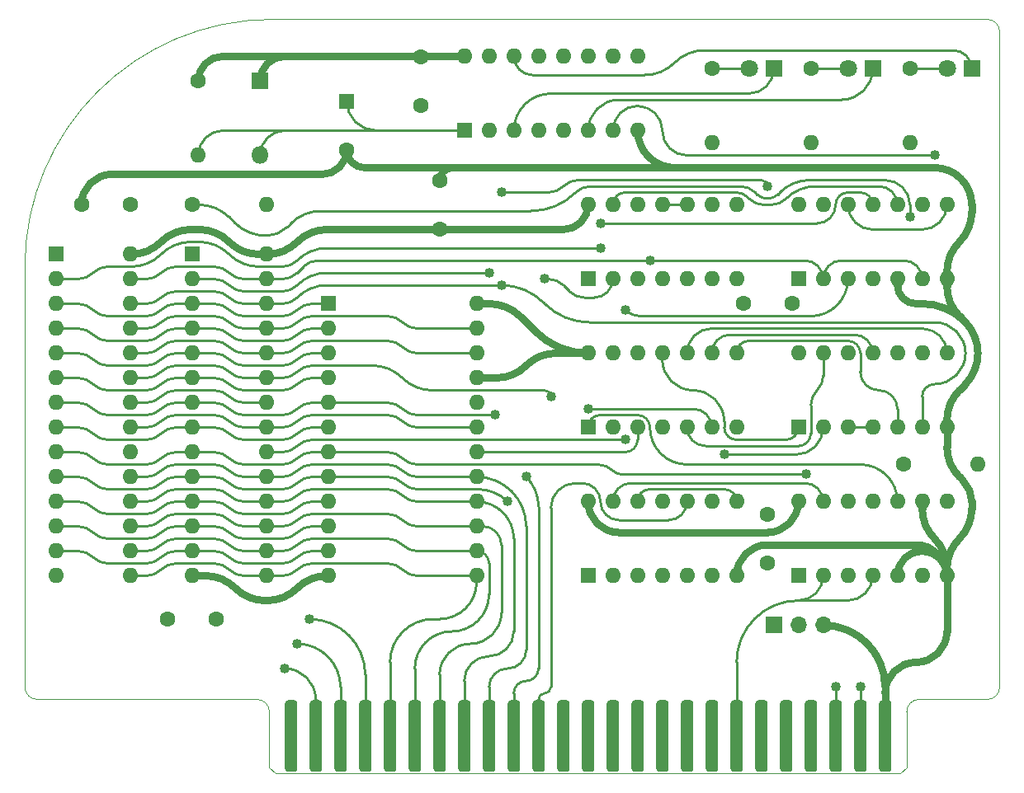
<source format=gbr>
G04 #@! TF.GenerationSoftware,KiCad,Pcbnew,(6.0.8-1)-1*
G04 #@! TF.CreationDate,2022-10-09T17:36:39-07:00*
G04 #@! TF.ProjectId,LanguageCard,4c616e67-7561-4676-9543-6172642e6b69,0*
G04 #@! TF.SameCoordinates,Original*
G04 #@! TF.FileFunction,Copper,L2,Bot*
G04 #@! TF.FilePolarity,Positive*
%FSLAX46Y46*%
G04 Gerber Fmt 4.6, Leading zero omitted, Abs format (unit mm)*
G04 Created by KiCad (PCBNEW (6.0.8-1)-1) date 2022-10-09 17:36:39*
%MOMM*%
%LPD*%
G01*
G04 APERTURE LIST*
G04 Aperture macros list*
%AMRoundRect*
0 Rectangle with rounded corners*
0 $1 Rounding radius*
0 $2 $3 $4 $5 $6 $7 $8 $9 X,Y pos of 4 corners*
0 Add a 4 corners polygon primitive as box body*
4,1,4,$2,$3,$4,$5,$6,$7,$8,$9,$2,$3,0*
0 Add four circle primitives for the rounded corners*
1,1,$1+$1,$2,$3*
1,1,$1+$1,$4,$5*
1,1,$1+$1,$6,$7*
1,1,$1+$1,$8,$9*
0 Add four rect primitives between the rounded corners*
20,1,$1+$1,$2,$3,$4,$5,0*
20,1,$1+$1,$4,$5,$6,$7,0*
20,1,$1+$1,$6,$7,$8,$9,0*
20,1,$1+$1,$8,$9,$2,$3,0*%
G04 Aperture macros list end*
G04 #@! TA.AperFunction,Profile*
%ADD10C,0.100000*%
G04 #@! TD*
G04 #@! TA.AperFunction,ComponentPad*
%ADD11R,1.600000X1.600000*%
G04 #@! TD*
G04 #@! TA.AperFunction,ComponentPad*
%ADD12O,1.600000X1.600000*%
G04 #@! TD*
G04 #@! TA.AperFunction,ComponentPad*
%ADD13C,1.600000*%
G04 #@! TD*
G04 #@! TA.AperFunction,ComponentPad*
%ADD14R,1.700000X1.700000*%
G04 #@! TD*
G04 #@! TA.AperFunction,ComponentPad*
%ADD15O,1.700000X1.700000*%
G04 #@! TD*
G04 #@! TA.AperFunction,ComponentPad*
%ADD16R,1.800000X1.800000*%
G04 #@! TD*
G04 #@! TA.AperFunction,ComponentPad*
%ADD17O,1.800000X1.800000*%
G04 #@! TD*
G04 #@! TA.AperFunction,ComponentPad*
%ADD18C,1.800000*%
G04 #@! TD*
G04 #@! TA.AperFunction,ConnectorPad*
%ADD19RoundRect,0.317500X-0.317500X-3.365500X0.317500X-3.365500X0.317500X3.365500X-0.317500X3.365500X0*%
G04 #@! TD*
G04 #@! TA.AperFunction,ViaPad*
%ADD20C,1.016000*%
G04 #@! TD*
G04 #@! TA.AperFunction,Conductor*
%ADD21C,0.254000*%
G04 #@! TD*
G04 #@! TA.AperFunction,Conductor*
%ADD22C,0.762000*%
G04 #@! TD*
G04 APERTURE END LIST*
D10*
X179705000Y-93980000D02*
G75*
G03*
X180975000Y-95250000I1270000J0D01*
G01*
X278447500Y-25400000D02*
X205105000Y-25400000D01*
X204787500Y-102235000D02*
X205422500Y-102870000D01*
X271462500Y-95250000D02*
X278447500Y-95250000D01*
X179705000Y-93980000D02*
X179705000Y-50800000D01*
X204787500Y-96520000D02*
G75*
G03*
X203517500Y-95250000I-1270000J0D01*
G01*
X279717500Y-93980000D02*
X279717500Y-26670000D01*
X204787500Y-96520000D02*
X204787500Y-102235000D01*
X180975000Y-95250000D02*
X203517500Y-95250000D01*
X278447500Y-95250000D02*
G75*
G03*
X279717500Y-93980000I0J1270000D01*
G01*
X279717500Y-26670000D02*
G75*
G03*
X278447500Y-25400000I-1270000J0D01*
G01*
X269557500Y-102870000D02*
X205422500Y-102870000D01*
X270192500Y-96520000D02*
X270192500Y-102235000D01*
X271462500Y-95250000D02*
G75*
G03*
X270192500Y-96520000I0J-1270000D01*
G01*
X270192500Y-102235000D02*
X269557500Y-102870000D01*
X205105000Y-25400000D02*
G75*
G03*
X179705000Y-50800000I0J-25400000D01*
G01*
D11*
X196850000Y-49530000D03*
D12*
X196850000Y-52070000D03*
X196850000Y-54610000D03*
X196850000Y-57150000D03*
X196850000Y-59690000D03*
X196850000Y-62230000D03*
X196850000Y-64770000D03*
X196850000Y-67310000D03*
X196850000Y-69850000D03*
X196850000Y-72390000D03*
X196850000Y-74930000D03*
X196850000Y-77470000D03*
X196850000Y-80010000D03*
X196850000Y-82550000D03*
X204470000Y-82550000D03*
X204470000Y-80010000D03*
X204470000Y-77470000D03*
X204470000Y-74930000D03*
X204470000Y-72390000D03*
X204470000Y-69850000D03*
X204470000Y-67310000D03*
X204470000Y-64770000D03*
X204470000Y-62230000D03*
X204470000Y-59690000D03*
X204470000Y-57150000D03*
X204470000Y-54610000D03*
X204470000Y-52070000D03*
X204470000Y-49530000D03*
D13*
X260350000Y-30480000D03*
D12*
X260350000Y-38100000D03*
D14*
X256555000Y-87630000D03*
D15*
X259095000Y-87630000D03*
X261635000Y-87630000D03*
D13*
X270510000Y-30480000D03*
D12*
X270510000Y-38100000D03*
D13*
X269875000Y-71120000D03*
D12*
X277495000Y-71120000D03*
D11*
X237485000Y-67310000D03*
D12*
X240025000Y-67310000D03*
X242565000Y-67310000D03*
X245105000Y-67310000D03*
X247645000Y-67310000D03*
X250185000Y-67310000D03*
X252725000Y-67310000D03*
X252725000Y-59690000D03*
X250185000Y-59690000D03*
X247645000Y-59690000D03*
X245105000Y-59690000D03*
X242565000Y-59690000D03*
X240025000Y-59690000D03*
X237485000Y-59690000D03*
D11*
X237490000Y-52070000D03*
D12*
X240030000Y-52070000D03*
X242570000Y-52070000D03*
X245110000Y-52070000D03*
X247650000Y-52070000D03*
X250190000Y-52070000D03*
X252730000Y-52070000D03*
X252730000Y-44450000D03*
X250190000Y-44450000D03*
X247650000Y-44450000D03*
X245110000Y-44450000D03*
X242570000Y-44450000D03*
X240030000Y-44450000D03*
X237490000Y-44450000D03*
D13*
X250190000Y-30480000D03*
D12*
X250190000Y-38100000D03*
D16*
X203835000Y-31750000D03*
D17*
X203835000Y-39370000D03*
D11*
X259075000Y-52060000D03*
D12*
X261615000Y-52060000D03*
X264155000Y-52060000D03*
X266695000Y-52060000D03*
X269235000Y-52060000D03*
X271775000Y-52060000D03*
X274315000Y-52060000D03*
X274315000Y-44440000D03*
X271775000Y-44440000D03*
X269235000Y-44440000D03*
X266695000Y-44440000D03*
X264155000Y-44440000D03*
X261615000Y-44440000D03*
X259075000Y-44440000D03*
D13*
X196850000Y-44450000D03*
D12*
X204470000Y-44450000D03*
D11*
X212725000Y-33792349D03*
D13*
X212725000Y-38792349D03*
D16*
X276860000Y-30480000D03*
D18*
X274320000Y-30480000D03*
D13*
X222250000Y-46990000D03*
X222250000Y-41990000D03*
X199350000Y-86995000D03*
X194350000Y-86995000D03*
D11*
X259075000Y-82540000D03*
D12*
X261615000Y-82540000D03*
X264155000Y-82540000D03*
X266695000Y-82540000D03*
X269235000Y-82540000D03*
X271775000Y-82540000D03*
X274315000Y-82540000D03*
X274315000Y-74920000D03*
X271775000Y-74920000D03*
X269235000Y-74920000D03*
X266695000Y-74920000D03*
X264155000Y-74920000D03*
X261615000Y-74920000D03*
X259075000Y-74920000D03*
D11*
X182880000Y-49530000D03*
D12*
X182880000Y-52070000D03*
X182880000Y-54610000D03*
X182880000Y-57150000D03*
X182880000Y-59690000D03*
X182880000Y-62230000D03*
X182880000Y-64770000D03*
X182880000Y-67310000D03*
X182880000Y-69850000D03*
X182880000Y-72390000D03*
X182880000Y-74930000D03*
X182880000Y-77470000D03*
X182880000Y-80010000D03*
X182880000Y-82550000D03*
X190500000Y-82550000D03*
X190500000Y-80010000D03*
X190500000Y-77470000D03*
X190500000Y-74930000D03*
X190500000Y-72390000D03*
X190500000Y-69850000D03*
X190500000Y-67310000D03*
X190500000Y-64770000D03*
X190500000Y-62230000D03*
X190500000Y-59690000D03*
X190500000Y-57150000D03*
X190500000Y-54610000D03*
X190500000Y-52070000D03*
X190500000Y-49530000D03*
D13*
X220345000Y-34250000D03*
X220345000Y-29250000D03*
X258445000Y-54610000D03*
X253445000Y-54610000D03*
X197485000Y-31750000D03*
D12*
X197485000Y-39370000D03*
D11*
X259075000Y-67300000D03*
D12*
X261615000Y-67300000D03*
X264155000Y-67300000D03*
X266695000Y-67300000D03*
X269235000Y-67300000D03*
X271775000Y-67300000D03*
X274315000Y-67300000D03*
X274315000Y-59680000D03*
X271775000Y-59680000D03*
X269235000Y-59680000D03*
X266695000Y-59680000D03*
X264155000Y-59680000D03*
X261615000Y-59680000D03*
X259075000Y-59680000D03*
D16*
X266700000Y-30480000D03*
D18*
X264160000Y-30480000D03*
D13*
X255905000Y-81280000D03*
X255905000Y-76280000D03*
D11*
X224805000Y-36820000D03*
D12*
X227345000Y-36820000D03*
X229885000Y-36820000D03*
X232425000Y-36820000D03*
X234965000Y-36820000D03*
X237505000Y-36820000D03*
X240045000Y-36820000D03*
X242585000Y-36820000D03*
X242585000Y-29200000D03*
X240045000Y-29200000D03*
X237505000Y-29200000D03*
X234965000Y-29200000D03*
X232425000Y-29200000D03*
X229885000Y-29200000D03*
X227345000Y-29200000D03*
X224805000Y-29200000D03*
D11*
X210820000Y-54610000D03*
D12*
X210820000Y-57150000D03*
X210820000Y-59690000D03*
X210820000Y-62230000D03*
X210820000Y-64770000D03*
X210820000Y-67310000D03*
X210820000Y-69850000D03*
X210820000Y-72390000D03*
X210820000Y-74930000D03*
X210820000Y-77470000D03*
X210820000Y-80010000D03*
X210820000Y-82550000D03*
X226060000Y-82550000D03*
X226060000Y-80010000D03*
X226060000Y-77470000D03*
X226060000Y-74930000D03*
X226060000Y-72390000D03*
X226060000Y-69850000D03*
X226060000Y-67310000D03*
X226060000Y-64770000D03*
X226060000Y-62230000D03*
X226060000Y-59690000D03*
X226060000Y-57150000D03*
X226060000Y-54610000D03*
D13*
X185500000Y-44450000D03*
X190500000Y-44450000D03*
D19*
X267970000Y-99060000D03*
X265430000Y-99060000D03*
X262890000Y-99060000D03*
X260350000Y-99060000D03*
X257810000Y-99060000D03*
X255270000Y-99060000D03*
X252730000Y-99060000D03*
X250190000Y-99060000D03*
X247650000Y-99060000D03*
X245110000Y-99060000D03*
X242570000Y-99060000D03*
X240030000Y-99060000D03*
X237490000Y-99060000D03*
X234950000Y-99060000D03*
X232410000Y-99060000D03*
X229870000Y-99060000D03*
X227330000Y-99060000D03*
X224790000Y-99060000D03*
X222250000Y-99060000D03*
X219710000Y-99060000D03*
X217170000Y-99060000D03*
X214630000Y-99060000D03*
X212090000Y-99060000D03*
X209550000Y-99060000D03*
X207010000Y-99060000D03*
D16*
X256540000Y-30480000D03*
D18*
X254000000Y-30480000D03*
D11*
X237490000Y-82540000D03*
D12*
X240030000Y-82540000D03*
X242570000Y-82540000D03*
X245110000Y-82540000D03*
X247650000Y-82540000D03*
X250190000Y-82540000D03*
X252730000Y-82540000D03*
X252730000Y-74920000D03*
X250190000Y-74920000D03*
X247650000Y-74920000D03*
X245110000Y-74920000D03*
X242570000Y-74920000D03*
X240030000Y-74920000D03*
X237490000Y-74920000D03*
D20*
X262890000Y-93980000D03*
X265430000Y-93980000D03*
X229235000Y-74930000D03*
X233045000Y-52070000D03*
X259842000Y-72136000D03*
X227965000Y-66040000D03*
X233680000Y-64135000D03*
X238760000Y-48895000D03*
X241300000Y-68580000D03*
X231140000Y-72390000D03*
X270510000Y-45720000D03*
X243840000Y-50165000D03*
X241300000Y-55245000D03*
X238760000Y-46355000D03*
X208915000Y-86995000D03*
X207645000Y-89535000D03*
X206375000Y-92075000D03*
X251460000Y-70104000D03*
X255905000Y-42545000D03*
X228600000Y-43180000D03*
X273050000Y-39370000D03*
X228600000Y-52705000D03*
X227330000Y-51435000D03*
X237490000Y-65405000D03*
D21*
X262890000Y-93980000D02*
X262890000Y-99060000D01*
X265430000Y-99060000D02*
X265430000Y-93980000D01*
D22*
X190500000Y-49530000D02*
X190608949Y-49530000D01*
X206385000Y-29200000D02*
X210195000Y-29200000D01*
X240675000Y-78105000D02*
X255890000Y-78105000D01*
X226060000Y-54610000D02*
X227330000Y-54610000D01*
X224805000Y-29200000D02*
X210195000Y-29200000D01*
X230582039Y-55957038D02*
X231140000Y-56515000D01*
X234206051Y-59690000D02*
X235585000Y-59690000D01*
X231140000Y-56515000D02*
X232073471Y-57448471D01*
X226060000Y-62230000D02*
X228073949Y-62230000D01*
X203726051Y-49530000D02*
X204470000Y-49530000D01*
X210711051Y-46990000D02*
X234950000Y-46990000D01*
X237485000Y-59690000D02*
X235585000Y-59690000D01*
X200035000Y-29200000D02*
X210195000Y-29200000D01*
X196741051Y-46990000D02*
X197593949Y-46990000D01*
X204470000Y-49530000D02*
X204578949Y-49530000D01*
X200659986Y-48260014D02*
G75*
G03*
X197593949Y-46990000I-3066086J-3066086D01*
G01*
X234206051Y-59690022D02*
G75*
G03*
X231140001Y-60960001I-51J-4335978D01*
G01*
X237485000Y-59689987D02*
G75*
G02*
X232073471Y-57448471I0J7653087D01*
G01*
X259075000Y-74920000D02*
G75*
G02*
X255890000Y-78105000I-3185000J0D01*
G01*
X196741051Y-46990022D02*
G75*
G03*
X193675001Y-48260001I-51J-4335978D01*
G01*
X203726051Y-49529978D02*
G75*
G02*
X200660001Y-48259999I-51J4335978D01*
G01*
X200035000Y-29200000D02*
G75*
G03*
X197485000Y-31750000I0J-2550000D01*
G01*
X206385000Y-29200000D02*
G75*
G03*
X203835000Y-31750000I0J-2550000D01*
G01*
X193674986Y-48259986D02*
G75*
G02*
X190608949Y-49530000I-3066086J3066086D01*
G01*
X210711051Y-46990022D02*
G75*
G03*
X207645001Y-48260001I-51J-4335978D01*
G01*
X231139986Y-60959986D02*
G75*
G02*
X228073949Y-62230000I-3066086J3066086D01*
G01*
X237490000Y-44450000D02*
G75*
G02*
X234950000Y-46990000I-2540000J0D01*
G01*
X230582043Y-55957034D02*
G75*
G03*
X227330000Y-54610000I-3252043J-3252066D01*
G01*
X207644986Y-48259986D02*
G75*
G02*
X204578949Y-49530000I-3066086J3066086D01*
G01*
X240675000Y-78105000D02*
G75*
G02*
X237490000Y-74920000I0J3185000D01*
G01*
X276860000Y-45193949D02*
X276860000Y-44450000D01*
X248920000Y-40640000D02*
X246405000Y-40640000D01*
X193715000Y-41315000D02*
X193080000Y-41315000D01*
X271785000Y-80010000D02*
X271765000Y-80010000D01*
X275590000Y-55880000D02*
X276147961Y-56437961D01*
X226695000Y-40640000D02*
X248920000Y-40640000D01*
X274320000Y-88265000D02*
X274320000Y-87630000D01*
X276860000Y-74930000D02*
X276860000Y-75673949D01*
X273050000Y-40640000D02*
X248920000Y-40640000D01*
X269235000Y-52700000D02*
X269235000Y-52060000D01*
D21*
X204470000Y-64770000D02*
X202193025Y-64770000D01*
D22*
X276147962Y-62942039D02*
X275590000Y-63500000D01*
X204578949Y-85090000D02*
X204361051Y-85090000D01*
X274315000Y-52060000D02*
X274315000Y-51338122D01*
X210202349Y-41315000D02*
X193715000Y-41315000D01*
X193080000Y-41315000D02*
X188635000Y-41315000D01*
X267970000Y-99060000D02*
X267970000Y-95250000D01*
X276147961Y-56437961D02*
X276116051Y-56406051D01*
X267970000Y-95250000D02*
X267970000Y-93965000D01*
X275590000Y-72390000D02*
X275961974Y-72761974D01*
X271150000Y-79375000D02*
X255895000Y-79375000D01*
X271780000Y-54610000D02*
X271145000Y-54610000D01*
X267970000Y-95250000D02*
X267970000Y-94615000D01*
X225425000Y-40640000D02*
X223600000Y-40640000D01*
D21*
X192141975Y-64770000D02*
X190500000Y-64770000D01*
D22*
X274320000Y-67287929D02*
X274320000Y-66566051D01*
X274315000Y-82540000D02*
X274315000Y-81793980D01*
X274320000Y-81806051D02*
X274320000Y-87630000D01*
D21*
X199126975Y-63500000D02*
X195208025Y-63500000D01*
D22*
X226695000Y-40640000D02*
X225425000Y-40640000D01*
X274315000Y-52801878D02*
X274315000Y-52060000D01*
X274315000Y-67300000D02*
X274315000Y-69311878D01*
X225425000Y-40640000D02*
X214572651Y-40640000D01*
X274315000Y-52075000D02*
X274315000Y-52060000D01*
X210820000Y-82550000D02*
X210711051Y-82550000D01*
X198228949Y-82550000D02*
X196850000Y-82550000D01*
X271775000Y-75661878D02*
X271775000Y-74920000D01*
X242585000Y-36820000D02*
G75*
G03*
X246405000Y-40640000I3820000J0D01*
G01*
X274320000Y-88265000D02*
G75*
G02*
X271145000Y-91440000I-3175000J0D01*
G01*
X271775010Y-75661878D02*
G75*
G03*
X273050001Y-78739999I4353090J-22D01*
G01*
X274315010Y-52801878D02*
G75*
G03*
X275590001Y-55879999I4353090J-22D01*
G01*
X271150000Y-79375000D02*
G75*
G02*
X274315000Y-82540000I0J-3165000D01*
G01*
X274320011Y-67287929D02*
G75*
G02*
X274314999Y-67299999I-17111J29D01*
G01*
X276859985Y-74930000D02*
G75*
G03*
X275961973Y-72761975I-3066085J0D01*
G01*
X198228949Y-82550022D02*
G75*
G02*
X201294999Y-83820001I51J-4335978D01*
G01*
D21*
X192141975Y-64769989D02*
G75*
G03*
X193675000Y-64135000I25J2167989D01*
G01*
D22*
X273050000Y-40640000D02*
G75*
G02*
X276860000Y-44450000I0J-3810000D01*
G01*
X275589993Y-72390007D02*
G75*
G02*
X274315000Y-69311878I3078107J3078107D01*
G01*
X274319980Y-81806051D02*
G75*
G02*
X275590000Y-78740000I4336120J-49D01*
G01*
X275590015Y-78740015D02*
G75*
G03*
X276860000Y-75673949I-3066015J3066015D01*
G01*
X271145000Y-91440000D02*
G75*
G03*
X267970000Y-94615000I0J-3175000D01*
G01*
D21*
X199126975Y-63500011D02*
G75*
G02*
X200660000Y-64135000I25J-2167989D01*
G01*
D22*
X275590014Y-63500014D02*
G75*
G03*
X274320000Y-66566051I3066086J-3066086D01*
G01*
X210202349Y-41315000D02*
G75*
G03*
X212725000Y-38792349I51J2522600D01*
G01*
X273049994Y-78740006D02*
G75*
G02*
X274315000Y-81793980I-3053994J-3053994D01*
G01*
X207645014Y-83820014D02*
G75*
G02*
X210711051Y-82550000I3066086J-3066086D01*
G01*
X201294985Y-83820015D02*
G75*
G03*
X204361051Y-85090000I3066015J3066015D01*
G01*
X275589993Y-48259993D02*
G75*
G03*
X274315000Y-51338122I3078107J-3078107D01*
G01*
X185500000Y-44450000D02*
G75*
G02*
X188635000Y-41315000I3135000J0D01*
G01*
X269235000Y-82540000D02*
G75*
G02*
X271765000Y-80010000I2530000J0D01*
G01*
X277494993Y-59690000D02*
G75*
G03*
X276147961Y-56437961I-4599093J0D01*
G01*
X269235000Y-52700000D02*
G75*
G03*
X271145000Y-54610000I1910000J0D01*
G01*
X276859978Y-45193949D02*
G75*
G02*
X275589999Y-48259999I-4335978J-51D01*
G01*
D21*
X200659992Y-64135008D02*
G75*
G03*
X202193025Y-64770000I1533008J1533008D01*
G01*
D22*
X212725000Y-38792349D02*
G75*
G03*
X214572651Y-40640000I1847600J-51D01*
G01*
X252730000Y-82540000D02*
G75*
G02*
X255895000Y-79375000I3165000J0D01*
G01*
X276147966Y-62942043D02*
G75*
G03*
X277495000Y-59690000I-3252066J3252043D01*
G01*
X222250000Y-41990000D02*
G75*
G02*
X223600000Y-40640000I1350000J0D01*
G01*
X204578949Y-85089978D02*
G75*
G03*
X207644999Y-83819999I51J4335978D01*
G01*
X271785000Y-80010000D02*
G75*
G02*
X274315000Y-82540000I0J-2530000D01*
G01*
X261635000Y-87630000D02*
G75*
G02*
X267970000Y-93965000I0J-6335000D01*
G01*
X271780000Y-54610000D02*
G75*
G02*
X276116050Y-56406052I0J-6132100D01*
G01*
D21*
X193674992Y-64134992D02*
G75*
G02*
X195208025Y-63500000I1533008J-1533008D01*
G01*
X253814013Y-43629013D02*
X254000000Y-43815000D01*
X260876051Y-42545000D02*
X267340000Y-42545000D01*
X210820000Y-72390000D02*
X209178025Y-72390000D01*
X192141975Y-73660000D02*
X188223025Y-73660000D01*
X199126975Y-72390000D02*
X196850000Y-72390000D01*
X185156975Y-72390000D02*
X182880000Y-72390000D01*
X241300000Y-43180000D02*
X252730000Y-43180000D01*
X255533025Y-44450000D02*
X256276975Y-44450000D01*
X226060000Y-73660000D02*
X226168949Y-73660000D01*
X234950000Y-52705000D02*
X235585000Y-53340000D01*
X206111975Y-73660000D02*
X202193025Y-73660000D01*
X237118025Y-53975000D02*
X238125000Y-53975000D01*
X216906975Y-72390000D02*
X210820000Y-72390000D01*
X233045000Y-52070000D02*
X233416975Y-52070000D01*
X226060000Y-73660000D02*
X219973025Y-73660000D01*
X196850000Y-72390000D02*
X195208025Y-72390000D01*
X257810008Y-43815008D02*
G75*
G02*
X256276975Y-44450000I-1533008J1533008D01*
G01*
X199126975Y-72390011D02*
G75*
G02*
X200660000Y-73025000I25J-2167989D01*
G01*
X241300000Y-43180000D02*
G75*
G03*
X240030000Y-44450000I0J-1270000D01*
G01*
X193674992Y-73024992D02*
G75*
G02*
X195208025Y-72390000I1533008J-1533008D01*
G01*
X200659992Y-73025008D02*
G75*
G03*
X202193025Y-73660000I1533008J1533008D01*
G01*
X234950008Y-52704992D02*
G75*
G03*
X233416975Y-52070000I-1533008J-1533008D01*
G01*
X216906975Y-72390011D02*
G75*
G02*
X218440000Y-73025000I25J-2167989D01*
G01*
X260876051Y-42545022D02*
G75*
G03*
X257810001Y-43815001I-51J-4335978D01*
G01*
X255533025Y-44449989D02*
G75*
G02*
X254000000Y-43815000I-25J2167989D01*
G01*
X237118025Y-53974989D02*
G75*
G02*
X235585000Y-53340000I-25J2167989D01*
G01*
X240030000Y-52070000D02*
G75*
G02*
X238125000Y-53975000I-1905000J0D01*
G01*
X206111975Y-73659989D02*
G75*
G03*
X207645000Y-73025000I25J2167989D01*
G01*
X185156975Y-72390011D02*
G75*
G02*
X186690000Y-73025000I25J-2167989D01*
G01*
X253814008Y-43629018D02*
G75*
G03*
X252730000Y-43180000I-1084008J-1083982D01*
G01*
X218439992Y-73025008D02*
G75*
G03*
X219973025Y-73660000I1533008J1533008D01*
G01*
X186689992Y-73025008D02*
G75*
G03*
X188223025Y-73660000I1533008J1533008D01*
G01*
X207644992Y-73024992D02*
G75*
G02*
X209178025Y-72390000I1533008J-1533008D01*
G01*
X229234986Y-74930014D02*
G75*
G03*
X226168949Y-73660000I-3066086J-3066086D01*
G01*
X269235000Y-44440000D02*
G75*
G03*
X267340000Y-42545000I-1895000J0D01*
G01*
X192141975Y-73659989D02*
G75*
G03*
X193675000Y-73025000I25J2167989D01*
G01*
X210820000Y-69850000D02*
X216906975Y-69850000D01*
X219973025Y-71120000D02*
X237490000Y-71120000D01*
X196850000Y-69850000D02*
X195208025Y-69850000D01*
X210820000Y-69850000D02*
X209178025Y-69850000D01*
X206111975Y-71120000D02*
X202193025Y-71120000D01*
X185156975Y-69850000D02*
X182880000Y-69850000D01*
X259842000Y-72136000D02*
X240949815Y-72136000D01*
X192141975Y-71120000D02*
X188223025Y-71120000D01*
X199126975Y-69850000D02*
X196850000Y-69850000D01*
X237490000Y-71120000D02*
X238496975Y-71120000D01*
X185156975Y-69850011D02*
G75*
G02*
X186690000Y-70485000I25J-2167989D01*
G01*
X207644992Y-70484992D02*
G75*
G02*
X209178025Y-69850000I1533008J-1533008D01*
G01*
X219973025Y-71119989D02*
G75*
G02*
X218440000Y-70485000I-25J2167989D01*
G01*
X218440008Y-70484992D02*
G75*
G03*
X216906975Y-69850000I-1533008J-1533008D01*
G01*
X199126975Y-69850011D02*
G75*
G02*
X200660000Y-70485000I25J-2167989D01*
G01*
X192141975Y-71119989D02*
G75*
G03*
X193675000Y-70485000I25J2167989D01*
G01*
X200659992Y-70485008D02*
G75*
G03*
X202193025Y-71120000I1533008J1533008D01*
G01*
X240029995Y-71755005D02*
G75*
G03*
X240949815Y-72136000I919805J919805D01*
G01*
X193674992Y-70484992D02*
G75*
G02*
X195208025Y-69850000I1533008J-1533008D01*
G01*
X186689992Y-70485008D02*
G75*
G03*
X188223025Y-71120000I1533008J1533008D01*
G01*
X240030008Y-71754992D02*
G75*
G03*
X238496975Y-71120000I-1533008J-1533008D01*
G01*
X206111975Y-71119989D02*
G75*
G03*
X207645000Y-70485000I25J2167989D01*
G01*
X192141975Y-68580000D02*
X188223025Y-68580000D01*
X196850000Y-67310000D02*
X199126975Y-67310000D01*
X196850000Y-67310000D02*
X195208025Y-67310000D01*
X202193025Y-68580000D02*
X206111975Y-68580000D01*
X185156975Y-67310000D02*
X182880000Y-67310000D01*
X209178025Y-67310000D02*
X210820000Y-67310000D01*
X207645008Y-67945008D02*
G75*
G02*
X206111975Y-68580000I-1533008J1533008D01*
G01*
X200660008Y-67944992D02*
G75*
G03*
X199126975Y-67310000I-1533008J-1533008D01*
G01*
X202193025Y-68579989D02*
G75*
G02*
X200660000Y-67945000I-25J2167989D01*
G01*
X209178025Y-67310011D02*
G75*
G03*
X207645000Y-67945000I-25J-2167989D01*
G01*
X193674992Y-67944992D02*
G75*
G02*
X195208025Y-67310000I1533008J-1533008D01*
G01*
X192141975Y-68579989D02*
G75*
G03*
X193675000Y-67945000I25J2167989D01*
G01*
X186689992Y-67945008D02*
G75*
G03*
X188223025Y-68580000I1533008J1533008D01*
G01*
X185156975Y-67310011D02*
G75*
G02*
X186690000Y-67945000I25J-2167989D01*
G01*
X210820000Y-64770000D02*
X216906975Y-64770000D01*
X185156975Y-64770000D02*
X182880000Y-64770000D01*
X192141975Y-66040000D02*
X188223025Y-66040000D01*
X206111975Y-66040000D02*
X202193025Y-66040000D01*
X219973025Y-66040000D02*
X226060000Y-66040000D01*
X196850000Y-64770000D02*
X195208025Y-64770000D01*
X226060000Y-66040000D02*
X227965000Y-66040000D01*
X199126975Y-64770000D02*
X196850000Y-64770000D01*
X210820000Y-64770000D02*
X209178025Y-64770000D01*
X185156975Y-64770011D02*
G75*
G02*
X186690000Y-65405000I25J-2167989D01*
G01*
X219973025Y-66039989D02*
G75*
G02*
X218440000Y-65405000I-25J2167989D01*
G01*
X186689992Y-65405008D02*
G75*
G03*
X188223025Y-66040000I1533008J1533008D01*
G01*
X206111975Y-66039989D02*
G75*
G03*
X207645000Y-65405000I25J2167989D01*
G01*
X207644992Y-65404992D02*
G75*
G02*
X209178025Y-64770000I1533008J-1533008D01*
G01*
X193674992Y-65404992D02*
G75*
G02*
X195208025Y-64770000I1533008J-1533008D01*
G01*
X192141975Y-66039989D02*
G75*
G03*
X193675000Y-65405000I25J2167989D01*
G01*
X200659992Y-65405008D02*
G75*
G03*
X202193025Y-66040000I1533008J1533008D01*
G01*
X199126975Y-64770011D02*
G75*
G02*
X200660000Y-65405000I25J-2167989D01*
G01*
X218440008Y-65404992D02*
G75*
G03*
X216906975Y-64770000I-1533008J-1533008D01*
G01*
X199126975Y-62230000D02*
X196850000Y-62230000D01*
X196850000Y-62230000D02*
X195208025Y-62230000D01*
X210820000Y-62230000D02*
X209178025Y-62230000D01*
X192141975Y-63500000D02*
X188223025Y-63500000D01*
X206111975Y-63500000D02*
X202193025Y-63500000D01*
X185156975Y-62230000D02*
X182880000Y-62230000D01*
X199126975Y-62230011D02*
G75*
G02*
X200660000Y-62865000I25J-2167989D01*
G01*
X186689992Y-62865008D02*
G75*
G03*
X188223025Y-63500000I1533008J1533008D01*
G01*
X200659992Y-62865008D02*
G75*
G03*
X202193025Y-63500000I1533008J1533008D01*
G01*
X192141975Y-63499989D02*
G75*
G03*
X193675000Y-62865000I25J2167989D01*
G01*
X193674992Y-62864992D02*
G75*
G02*
X195208025Y-62230000I1533008J-1533008D01*
G01*
X206111975Y-63499989D02*
G75*
G03*
X207645000Y-62865000I25J2167989D01*
G01*
X185156975Y-62230011D02*
G75*
G02*
X186690000Y-62865000I25J-2167989D01*
G01*
X207644992Y-62864992D02*
G75*
G02*
X209178025Y-62230000I1533008J-1533008D01*
G01*
X196850000Y-59690000D02*
X195208025Y-59690000D01*
X185156975Y-59690000D02*
X182880000Y-59690000D01*
X192141975Y-60960000D02*
X188223025Y-60960000D01*
X199126975Y-59690000D02*
X196850000Y-59690000D01*
X210820000Y-59690000D02*
X209178025Y-59690000D01*
X206111975Y-60960000D02*
X202193025Y-60960000D01*
X193674992Y-60324992D02*
G75*
G02*
X195208025Y-59690000I1533008J-1533008D01*
G01*
X206111975Y-60959989D02*
G75*
G03*
X207645000Y-60325000I25J2167989D01*
G01*
X186689992Y-60325008D02*
G75*
G03*
X188223025Y-60960000I1533008J1533008D01*
G01*
X185156975Y-59690011D02*
G75*
G02*
X186690000Y-60325000I25J-2167989D01*
G01*
X207644992Y-60324992D02*
G75*
G02*
X209178025Y-59690000I1533008J-1533008D01*
G01*
X199126975Y-59690011D02*
G75*
G02*
X200660000Y-60325000I25J-2167989D01*
G01*
X192141975Y-60959989D02*
G75*
G03*
X193675000Y-60325000I25J2167989D01*
G01*
X200659992Y-60325008D02*
G75*
G03*
X202193025Y-60960000I1533008J1533008D01*
G01*
X192141975Y-58420000D02*
X188223025Y-58420000D01*
X210820000Y-57150000D02*
X209178025Y-57150000D01*
X196850000Y-57150000D02*
X195208025Y-57150000D01*
X199126975Y-57150000D02*
X196850000Y-57150000D01*
X206111975Y-58420000D02*
X202193025Y-58420000D01*
X185156975Y-57150000D02*
X182880000Y-57150000D01*
X206111975Y-58419989D02*
G75*
G03*
X207645000Y-57785000I25J2167989D01*
G01*
X185156975Y-57150011D02*
G75*
G02*
X186690000Y-57785000I25J-2167989D01*
G01*
X192141975Y-58419989D02*
G75*
G03*
X193675000Y-57785000I25J2167989D01*
G01*
X186689992Y-57785008D02*
G75*
G03*
X188223025Y-58420000I1533008J1533008D01*
G01*
X199126975Y-57150011D02*
G75*
G02*
X200660000Y-57785000I25J-2167989D01*
G01*
X207644992Y-57784992D02*
G75*
G02*
X209178025Y-57150000I1533008J-1533008D01*
G01*
X193674992Y-57784992D02*
G75*
G02*
X195208025Y-57150000I1533008J-1533008D01*
G01*
X200659992Y-57785008D02*
G75*
G03*
X202193025Y-58420000I1533008J1533008D01*
G01*
X210820000Y-54610000D02*
X209178025Y-54610000D01*
X196850000Y-54610000D02*
X195208025Y-54610000D01*
X206111975Y-55880000D02*
X202193025Y-55880000D01*
X199126975Y-54610000D02*
X196850000Y-54610000D01*
X192141975Y-55880000D02*
X188223025Y-55880000D01*
X185156975Y-54610000D02*
X182880000Y-54610000D01*
X206111975Y-55879989D02*
G75*
G03*
X207645000Y-55245000I25J2167989D01*
G01*
X207644992Y-55244992D02*
G75*
G02*
X209178025Y-54610000I1533008J-1533008D01*
G01*
X200659992Y-55245008D02*
G75*
G03*
X202193025Y-55880000I1533008J1533008D01*
G01*
X199126975Y-54610011D02*
G75*
G02*
X200660000Y-55245000I25J-2167989D01*
G01*
X185156975Y-54610011D02*
G75*
G02*
X186690000Y-55245000I25J-2167989D01*
G01*
X192141975Y-55879989D02*
G75*
G03*
X193675000Y-55245000I25J2167989D01*
G01*
X193674992Y-55244992D02*
G75*
G02*
X195208025Y-54610000I1533008J-1533008D01*
G01*
X186689992Y-55245008D02*
G75*
G03*
X188223025Y-55880000I1533008J1533008D01*
G01*
X216906975Y-55880000D02*
X209178025Y-55880000D01*
X206111975Y-57150000D02*
X204470000Y-57150000D01*
X226060000Y-57150000D02*
X219973025Y-57150000D01*
X204470000Y-57150000D02*
X202193025Y-57150000D01*
X192141975Y-57150000D02*
X190500000Y-57150000D01*
X199126975Y-55880000D02*
X195208025Y-55880000D01*
X206111975Y-57149989D02*
G75*
G03*
X207645000Y-56515000I25J2167989D01*
G01*
X207644992Y-56514992D02*
G75*
G02*
X209178025Y-55880000I1533008J-1533008D01*
G01*
X193674992Y-56514992D02*
G75*
G02*
X195208025Y-55880000I1533008J-1533008D01*
G01*
X216906975Y-55880011D02*
G75*
G02*
X218440000Y-56515000I25J-2167989D01*
G01*
X200659992Y-56515008D02*
G75*
G03*
X202193025Y-57150000I1533008J1533008D01*
G01*
X199126975Y-55880011D02*
G75*
G02*
X200660000Y-56515000I25J-2167989D01*
G01*
X192141975Y-57149989D02*
G75*
G03*
X193675000Y-56515000I25J2167989D01*
G01*
X218439992Y-56515008D02*
G75*
G03*
X219973025Y-57150000I1533008J1533008D01*
G01*
X192141975Y-59690000D02*
X190500000Y-59690000D01*
X204470000Y-59690000D02*
X206111975Y-59690000D01*
X219973025Y-59690000D02*
X226060000Y-59690000D01*
X204470000Y-59690000D02*
X202193025Y-59690000D01*
X209178025Y-58420000D02*
X216906975Y-58420000D01*
X199126975Y-58420000D02*
X195208025Y-58420000D01*
X207645008Y-59055008D02*
G75*
G02*
X206111975Y-59690000I-1533008J1533008D01*
G01*
X199126975Y-58420011D02*
G75*
G02*
X200660000Y-59055000I25J-2167989D01*
G01*
X219973025Y-59689989D02*
G75*
G02*
X218440000Y-59055000I-25J2167989D01*
G01*
X193674992Y-59054992D02*
G75*
G02*
X195208025Y-58420000I1533008J-1533008D01*
G01*
X218440008Y-59054992D02*
G75*
G03*
X216906975Y-58420000I-1533008J-1533008D01*
G01*
X192141975Y-59689989D02*
G75*
G03*
X193675000Y-59055000I25J2167989D01*
G01*
X200659992Y-59055008D02*
G75*
G03*
X202193025Y-59690000I1533008J1533008D01*
G01*
X209178025Y-58420011D02*
G75*
G03*
X207645000Y-59055000I-25J-2167989D01*
G01*
X226060000Y-67310000D02*
X219973025Y-67310000D01*
X204470000Y-67310000D02*
X202193025Y-67310000D01*
X216906975Y-66040000D02*
X209178025Y-66040000D01*
X192141975Y-67310000D02*
X190500000Y-67310000D01*
X206111975Y-67310000D02*
X204470000Y-67310000D01*
X199126975Y-66040000D02*
X195208025Y-66040000D01*
X218439992Y-66675008D02*
G75*
G03*
X219973025Y-67310000I1533008J1533008D01*
G01*
X207644992Y-66674992D02*
G75*
G02*
X209178025Y-66040000I1533008J-1533008D01*
G01*
X192141975Y-67309989D02*
G75*
G03*
X193675000Y-66675000I25J2167989D01*
G01*
X206111975Y-67309989D02*
G75*
G03*
X207645000Y-66675000I25J2167989D01*
G01*
X200659992Y-66675008D02*
G75*
G03*
X202193025Y-67310000I1533008J1533008D01*
G01*
X199126975Y-66040011D02*
G75*
G02*
X200660000Y-66675000I25J-2167989D01*
G01*
X216906975Y-66040011D02*
G75*
G02*
X218440000Y-66675000I25J-2167989D01*
G01*
X193674992Y-66674992D02*
G75*
G02*
X195208025Y-66040000I1533008J-1533008D01*
G01*
X215373949Y-60960000D02*
X209178025Y-60960000D01*
X192141975Y-62230000D02*
X190500000Y-62230000D01*
X206111975Y-62230000D02*
X204470000Y-62230000D01*
X199126975Y-60960000D02*
X195208025Y-60960000D01*
X233045000Y-63500000D02*
X221506051Y-63500000D01*
X204470000Y-62230000D02*
X202193025Y-62230000D01*
X215373949Y-60960022D02*
G75*
G02*
X218439999Y-62230001I51J-4335978D01*
G01*
X233045000Y-63500000D02*
G75*
G02*
X233680000Y-64135000I0J-635000D01*
G01*
X200659992Y-61595008D02*
G75*
G03*
X202193025Y-62230000I1533008J1533008D01*
G01*
X193674992Y-61594992D02*
G75*
G02*
X195208025Y-60960000I1533008J-1533008D01*
G01*
X192141975Y-62229989D02*
G75*
G03*
X193675000Y-61595000I25J2167989D01*
G01*
X218439985Y-62230015D02*
G75*
G03*
X221506051Y-63500000I3066015J3066015D01*
G01*
X199126975Y-60960011D02*
G75*
G02*
X200660000Y-61595000I25J-2167989D01*
G01*
X206111975Y-62229989D02*
G75*
G03*
X207645000Y-61595000I25J2167989D01*
G01*
X207644992Y-61594992D02*
G75*
G02*
X209178025Y-60960000I1533008J-1533008D01*
G01*
X206111975Y-50800000D02*
X203726051Y-50800000D01*
X185156975Y-52070000D02*
X182880000Y-52070000D01*
X238760000Y-48895000D02*
X210711051Y-48895000D01*
X197593949Y-48260000D02*
X196741051Y-48260000D01*
X190608949Y-50800000D02*
X188223025Y-50800000D01*
X190608949Y-50800020D02*
G75*
G03*
X193675000Y-49530000I-49J4336120D01*
G01*
X193674985Y-49529985D02*
G75*
G02*
X196741051Y-48260000I3066015J-3066015D01*
G01*
X197593949Y-48260022D02*
G75*
G02*
X200659999Y-49530001I51J-4335978D01*
G01*
X186689992Y-51434992D02*
G75*
G02*
X188223025Y-50800000I1533008J-1533008D01*
G01*
X207644985Y-50164985D02*
G75*
G02*
X210711051Y-48895000I3066015J-3066015D01*
G01*
X206111975Y-50799989D02*
G75*
G03*
X207645000Y-50165000I25J2167989D01*
G01*
X185156975Y-52069989D02*
G75*
G03*
X186690000Y-51435000I25J2167989D01*
G01*
X200659985Y-49530015D02*
G75*
G03*
X203726051Y-50800000I3066015J3066015D01*
G01*
X241925000Y-73025000D02*
X259720000Y-73025000D01*
X209178025Y-68580000D02*
X215900000Y-68580000D01*
X204470000Y-69850000D02*
X206111975Y-69850000D01*
X215900000Y-68580000D02*
X241300000Y-68580000D01*
X207645008Y-69215008D02*
G75*
G02*
X206111975Y-69850000I-1533008J1533008D01*
G01*
X209178025Y-68580011D02*
G75*
G03*
X207645000Y-69215000I-25J-2167989D01*
G01*
X261615000Y-74920000D02*
G75*
G03*
X259720000Y-73025000I-1895000J0D01*
G01*
X241925000Y-73025000D02*
G75*
G03*
X240030000Y-74920000I0J-1895000D01*
G01*
X254000000Y-33020000D02*
X233685000Y-33020000D01*
X229885000Y-36820000D02*
G75*
G02*
X233685000Y-33020000I3800000J0D01*
G01*
X254000000Y-33020000D02*
G75*
G03*
X256540000Y-30480000I0J2540000D01*
G01*
X250190000Y-30480000D02*
X254000000Y-30480000D01*
X263525000Y-33655000D02*
X240670000Y-33655000D01*
X237505000Y-36820000D02*
G75*
G02*
X240670000Y-33655000I3165000J0D01*
G01*
X263525000Y-33655000D02*
G75*
G03*
X266700000Y-30480000I0J3175000D01*
G01*
X260350000Y-30480000D02*
X264160000Y-30480000D01*
X252730000Y-99060000D02*
X252730000Y-91440000D01*
X261615000Y-82555000D02*
X261615000Y-82540000D01*
X263525000Y-85090000D02*
X264145000Y-85090000D01*
X259080000Y-85090000D02*
X263525000Y-85090000D01*
X261615000Y-82555000D02*
G75*
G02*
X259080000Y-85090000I-2535000J0D01*
G01*
X266695000Y-82540000D02*
G75*
G02*
X264145000Y-85090000I-2550000J0D01*
G01*
X259080000Y-85090000D02*
G75*
G03*
X252730000Y-91440000I0J-6350000D01*
G01*
X274955000Y-28575000D02*
X249446051Y-28575000D01*
X243313949Y-31115000D02*
X231800000Y-31115000D01*
X246380014Y-29845014D02*
G75*
G02*
X249446051Y-28575000I3066086J-3066086D01*
G01*
X229885000Y-29200000D02*
G75*
G03*
X231800000Y-31115000I1915000J0D01*
G01*
X274955000Y-28575000D02*
G75*
G02*
X276860000Y-30480000I0J-1905000D01*
G01*
X243313949Y-31114978D02*
G75*
G03*
X246379999Y-29844999I51J4335978D01*
G01*
X236855000Y-73025000D02*
X236220000Y-73025000D01*
X247650000Y-74920000D02*
X247650000Y-74930000D01*
X233680000Y-75565000D02*
X233680000Y-93980000D01*
X232410000Y-95250000D02*
X232410000Y-99060000D01*
X245745000Y-76835000D02*
X240665000Y-76835000D01*
X236855000Y-73025000D02*
G75*
G02*
X238760000Y-74930000I0J-1905000D01*
G01*
X233680000Y-75565000D02*
G75*
G02*
X236220000Y-73025000I2540000J0D01*
G01*
X245745000Y-76835000D02*
G75*
G03*
X247650000Y-74930000I0J1905000D01*
G01*
X233045000Y-94615000D02*
G75*
G03*
X233680000Y-93980000I0J635000D01*
G01*
X232410000Y-95250000D02*
G75*
G02*
X233045000Y-94615000I635000J0D01*
G01*
X238760000Y-74930000D02*
G75*
G03*
X240665000Y-76835000I1905000J0D01*
G01*
X232410000Y-75456051D02*
X232410000Y-92075000D01*
X229870000Y-94615000D02*
X229870000Y-99060000D01*
X232409978Y-75456051D02*
G75*
G03*
X231139999Y-72390001I-4335978J51D01*
G01*
X231140000Y-93345000D02*
G75*
G03*
X232410000Y-92075000I0J1270000D01*
G01*
X229870000Y-94615000D02*
G75*
G02*
X231140000Y-93345000I1270000J0D01*
G01*
X206111975Y-72390000D02*
X204470000Y-72390000D01*
X216906975Y-71120000D02*
X209178025Y-71120000D01*
X192141975Y-72390000D02*
X190500000Y-72390000D01*
X204470000Y-72390000D02*
X202193025Y-72390000D01*
X227330000Y-93980000D02*
X227330000Y-99060000D01*
X231140000Y-77470000D02*
X231140000Y-90170000D01*
X226060000Y-72390000D02*
X219973025Y-72390000D01*
X199126975Y-71120000D02*
X195208025Y-71120000D01*
X218439992Y-71755008D02*
G75*
G03*
X219973025Y-72390000I1533008J1533008D01*
G01*
X192141975Y-72389989D02*
G75*
G03*
X193675000Y-71755000I25J2167989D01*
G01*
X206111975Y-72389989D02*
G75*
G03*
X207645000Y-71755000I25J2167989D01*
G01*
X199126975Y-71120011D02*
G75*
G02*
X200660000Y-71755000I25J-2167989D01*
G01*
X193674992Y-71754992D02*
G75*
G02*
X195208025Y-71120000I1533008J-1533008D01*
G01*
X207644992Y-71754992D02*
G75*
G02*
X209178025Y-71120000I1533008J-1533008D01*
G01*
X216906975Y-71120011D02*
G75*
G02*
X218440000Y-71755000I25J-2167989D01*
G01*
X229235000Y-92075000D02*
G75*
G03*
X231140000Y-90170000I0J1905000D01*
G01*
X200659992Y-71755008D02*
G75*
G03*
X202193025Y-72390000I1533008J1533008D01*
G01*
X231140000Y-77470000D02*
G75*
G03*
X226060000Y-72390000I-5080000J0D01*
G01*
X227330000Y-93980000D02*
G75*
G02*
X229235000Y-92075000I1905000J0D01*
G01*
X224790000Y-93345000D02*
X224790000Y-99060000D01*
X209178025Y-73660000D02*
X216906975Y-73660000D01*
X204470000Y-74930000D02*
X202193025Y-74930000D01*
X204470000Y-74930000D02*
X206111975Y-74930000D01*
X199126975Y-73660000D02*
X195208025Y-73660000D01*
X229870000Y-78740000D02*
X229870000Y-88265000D01*
X219973025Y-74930000D02*
X226060000Y-74930000D01*
X192141975Y-74930000D02*
X190500000Y-74930000D01*
X192141975Y-74929989D02*
G75*
G03*
X193675000Y-74295000I25J2167989D01*
G01*
X227330000Y-90805000D02*
G75*
G03*
X229870000Y-88265000I0J2540000D01*
G01*
X199126975Y-73660011D02*
G75*
G02*
X200660000Y-74295000I25J-2167989D01*
G01*
X193674992Y-74294992D02*
G75*
G02*
X195208025Y-73660000I1533008J-1533008D01*
G01*
X229870000Y-78740000D02*
G75*
G03*
X226060000Y-74930000I-3810000J0D01*
G01*
X219973025Y-74929989D02*
G75*
G02*
X218440000Y-74295000I-25J2167989D01*
G01*
X200659992Y-74295008D02*
G75*
G03*
X202193025Y-74930000I1533008J1533008D01*
G01*
X224790000Y-93345000D02*
G75*
G02*
X227330000Y-90805000I2540000J0D01*
G01*
X209178025Y-73660011D02*
G75*
G03*
X207645000Y-74295000I-25J-2167989D01*
G01*
X218440008Y-74294992D02*
G75*
G03*
X216906975Y-73660000I-1533008J-1533008D01*
G01*
X207645008Y-74295008D02*
G75*
G02*
X206111975Y-74930000I-1533008J1533008D01*
G01*
X204470000Y-77470000D02*
X202193025Y-77470000D01*
X216906975Y-76200000D02*
X209178025Y-76200000D01*
X222250000Y-92710000D02*
X222250000Y-99060000D01*
X192141975Y-77470000D02*
X190500000Y-77470000D01*
X206111975Y-77470000D02*
X204470000Y-77470000D01*
X226060000Y-77470000D02*
X226695000Y-77470000D01*
X226060000Y-77470000D02*
X219973025Y-77470000D01*
X228600000Y-79375000D02*
X228600000Y-86360000D01*
X199126975Y-76200000D02*
X195208025Y-76200000D01*
X225425000Y-89535000D02*
G75*
G03*
X228600000Y-86360000I0J3175000D01*
G01*
X218439992Y-76835008D02*
G75*
G03*
X219973025Y-77470000I1533008J1533008D01*
G01*
X200659992Y-76835008D02*
G75*
G03*
X202193025Y-77470000I1533008J1533008D01*
G01*
X207644992Y-76834992D02*
G75*
G02*
X209178025Y-76200000I1533008J-1533008D01*
G01*
X206111975Y-77469989D02*
G75*
G03*
X207645000Y-76835000I25J2167989D01*
G01*
X199126975Y-76200011D02*
G75*
G02*
X200660000Y-76835000I25J-2167989D01*
G01*
X216906975Y-76200011D02*
G75*
G02*
X218440000Y-76835000I25J-2167989D01*
G01*
X228600000Y-79375000D02*
G75*
G03*
X226695000Y-77470000I-1905000J0D01*
G01*
X222250000Y-92710000D02*
G75*
G02*
X225425000Y-89535000I3175000J0D01*
G01*
X193674992Y-76834992D02*
G75*
G02*
X195208025Y-76200000I1533008J-1533008D01*
G01*
X192141975Y-77469989D02*
G75*
G03*
X193675000Y-76835000I25J2167989D01*
G01*
X204470000Y-80010000D02*
X206111975Y-80010000D01*
X209178025Y-78740000D02*
X216906975Y-78740000D01*
X195208025Y-78740000D02*
X199126975Y-78740000D01*
X190500000Y-80010000D02*
X192141975Y-80010000D01*
X227330000Y-81280000D02*
X227330000Y-84455000D01*
X219710000Y-92075000D02*
X219710000Y-99060000D01*
X219973025Y-80010000D02*
X226060000Y-80010000D01*
X202193025Y-80010000D02*
X204470000Y-80010000D01*
X218440008Y-79374992D02*
G75*
G03*
X216906975Y-78740000I-1533008J-1533008D01*
G01*
X219973025Y-80009989D02*
G75*
G02*
X218440000Y-79375000I-25J2167989D01*
G01*
X219710000Y-92075000D02*
G75*
G02*
X223520000Y-88265000I3810000J0D01*
G01*
X209178025Y-78740011D02*
G75*
G03*
X207645000Y-79375000I-25J-2167989D01*
G01*
X202193025Y-80009989D02*
G75*
G02*
X200660000Y-79375000I-25J2167989D01*
G01*
X207645008Y-79375008D02*
G75*
G02*
X206111975Y-80010000I-1533008J1533008D01*
G01*
X200660008Y-79374992D02*
G75*
G03*
X199126975Y-78740000I-1533008J-1533008D01*
G01*
X223520000Y-88265000D02*
G75*
G03*
X227330000Y-84455000I0J3810000D01*
G01*
X195208025Y-78740011D02*
G75*
G03*
X193675000Y-79375000I-25J-2167989D01*
G01*
X193675008Y-79375008D02*
G75*
G02*
X192141975Y-80010000I-1533008J1533008D01*
G01*
X227330000Y-81280000D02*
G75*
G03*
X226060000Y-80010000I-1270000J0D01*
G01*
X270510000Y-30480000D02*
X274320000Y-30480000D01*
X201217961Y-46277962D02*
X200660000Y-45720000D01*
X231620924Y-45085000D02*
X210076051Y-45085000D01*
X267970000Y-41910000D02*
X260241051Y-41910000D01*
X253101975Y-42545000D02*
X237753025Y-42545000D01*
X257175000Y-43180000D02*
X256989013Y-43365987D01*
X254820987Y-43365987D02*
X254635000Y-43180000D01*
X197593949Y-44450000D02*
X196850000Y-44450000D01*
X270510000Y-45720000D02*
X270510000Y-44450000D01*
X207010000Y-46355000D02*
X206638026Y-46726974D01*
X231620924Y-45085009D02*
G75*
G03*
X236220000Y-43180000I-24J6504109D01*
G01*
X267970000Y-41910000D02*
G75*
G02*
X270510000Y-44450000I0J-2540000D01*
G01*
X257175014Y-43180014D02*
G75*
G02*
X260241051Y-41910000I3066086J-3066086D01*
G01*
X236219992Y-43179992D02*
G75*
G02*
X237753025Y-42545000I1533008J-1533008D01*
G01*
X254820992Y-43365982D02*
G75*
G03*
X255905000Y-43815000I1084008J1083982D01*
G01*
X253101975Y-42545011D02*
G75*
G02*
X254635000Y-43180000I25J-2167989D01*
G01*
X255905000Y-43815007D02*
G75*
G03*
X256989013Y-43365987I0J1533007D01*
G01*
X204470000Y-47625015D02*
G75*
G03*
X206638026Y-46726974I0J3066015D01*
G01*
X201217957Y-46277966D02*
G75*
G03*
X204470000Y-47625000I3252043J3252066D01*
G01*
X207010014Y-46355014D02*
G75*
G02*
X210076051Y-45085000I3066086J-3066086D01*
G01*
X197593949Y-44450022D02*
G75*
G02*
X200659999Y-45720001I51J-4335978D01*
G01*
X236855000Y-50165000D02*
X243840000Y-50165000D01*
X192141975Y-52070000D02*
X190500000Y-52070000D01*
X236855000Y-50165000D02*
X209813025Y-50165000D01*
X206111975Y-52070000D02*
X204470000Y-52070000D01*
X263510000Y-50165000D02*
X269880000Y-50165000D01*
X208280000Y-50800000D02*
X207645000Y-51435000D01*
X199126975Y-50800000D02*
X195208025Y-50800000D01*
X204470000Y-52070000D02*
X202193025Y-52070000D01*
X243840000Y-50165000D02*
X251460000Y-50165000D01*
X251460000Y-50165000D02*
X259720000Y-50165000D01*
X192141975Y-52069989D02*
G75*
G03*
X193675000Y-51435000I25J2167989D01*
G01*
X200659992Y-51435008D02*
G75*
G03*
X202193025Y-52070000I1533008J1533008D01*
G01*
X206111975Y-52069989D02*
G75*
G03*
X207645000Y-51435000I25J2167989D01*
G01*
X263510000Y-50165000D02*
G75*
G03*
X261615000Y-52060000I0J-1895000D01*
G01*
X199126975Y-50800011D02*
G75*
G02*
X200660000Y-51435000I25J-2167989D01*
G01*
X271775000Y-52060000D02*
G75*
G03*
X269880000Y-50165000I-1895000J0D01*
G01*
X208279992Y-50799992D02*
G75*
G02*
X209813025Y-50165000I1533008J-1533008D01*
G01*
X261615000Y-52060000D02*
G75*
G03*
X259720000Y-50165000I-1895000J0D01*
G01*
X193674992Y-51434992D02*
G75*
G02*
X195208025Y-50800000I1533008J-1533008D01*
G01*
X260350000Y-55880000D02*
X242833025Y-55880000D01*
X264155000Y-52060000D02*
X264155000Y-52075000D01*
X241299992Y-55245008D02*
G75*
G03*
X242833025Y-55880000I1533008J1533008D01*
G01*
X260350000Y-55880000D02*
G75*
G03*
X264155000Y-52075000I0J3805000D01*
G01*
X264160000Y-43180000D02*
X265435000Y-43180000D01*
X238760000Y-46355000D02*
X260985000Y-46355000D01*
X266695000Y-44440000D02*
G75*
G03*
X265435000Y-43180000I-1260000J0D01*
G01*
X262890000Y-44450000D02*
G75*
G02*
X260985000Y-46355000I-1905000J0D01*
G01*
X264160000Y-43180000D02*
G75*
G03*
X262890000Y-44450000I0J-1270000D01*
G01*
X238755000Y-66040000D02*
X242570000Y-66040000D01*
X247650000Y-71120000D02*
X265435000Y-71120000D01*
X269235000Y-74920000D02*
G75*
G03*
X265435000Y-71120000I-3800000J0D01*
G01*
X238755000Y-66040000D02*
G75*
G03*
X237485000Y-67310000I0J-1270000D01*
G01*
X243840000Y-67310000D02*
G75*
G03*
X242570000Y-66040000I-1270000J0D01*
G01*
X247650000Y-71120000D02*
G75*
G02*
X243840000Y-67310000I0J3810000D01*
G01*
X199126975Y-81280000D02*
X195208025Y-81280000D01*
X192141975Y-82550000D02*
X190500000Y-82550000D01*
X204470000Y-82550000D02*
X202193025Y-82550000D01*
X226060000Y-83185000D02*
X226060000Y-82550000D01*
X226060000Y-82550000D02*
X219973025Y-82550000D01*
X206111975Y-82550000D02*
X204470000Y-82550000D01*
X216906975Y-81280000D02*
X209178025Y-81280000D01*
X217170000Y-99060000D02*
X217170000Y-91440000D01*
X221615000Y-86995000D02*
X222250000Y-86995000D01*
X221615000Y-86995000D02*
G75*
G03*
X217170000Y-91440000I0J-4445000D01*
G01*
X199126975Y-81280011D02*
G75*
G02*
X200660000Y-81915000I25J-2167989D01*
G01*
X207644992Y-81914992D02*
G75*
G02*
X209178025Y-81280000I1533008J-1533008D01*
G01*
X193674992Y-81914992D02*
G75*
G02*
X195208025Y-81280000I1533008J-1533008D01*
G01*
X206111975Y-82549989D02*
G75*
G03*
X207645000Y-81915000I25J2167989D01*
G01*
X200659992Y-81915008D02*
G75*
G03*
X202193025Y-82550000I1533008J1533008D01*
G01*
X192141975Y-82549989D02*
G75*
G03*
X193675000Y-81915000I25J2167989D01*
G01*
X216906975Y-81280011D02*
G75*
G02*
X218440000Y-81915000I25J-2167989D01*
G01*
X226060000Y-83185000D02*
G75*
G02*
X222250000Y-86995000I-3810000J0D01*
G01*
X218439992Y-81915008D02*
G75*
G03*
X219973025Y-82550000I1533008J1533008D01*
G01*
X210820000Y-80010000D02*
X209178025Y-80010000D01*
X192141975Y-81280000D02*
X188223025Y-81280000D01*
X199126975Y-80010000D02*
X196850000Y-80010000D01*
X214630000Y-99060000D02*
X214630000Y-92710000D01*
X185156975Y-80010000D02*
X182880000Y-80010000D01*
X196850000Y-80010000D02*
X195208025Y-80010000D01*
X206111975Y-81280000D02*
X202193025Y-81280000D01*
X199126975Y-80010011D02*
G75*
G02*
X200660000Y-80645000I25J-2167989D01*
G01*
X208915000Y-86995000D02*
G75*
G02*
X214630000Y-92710000I0J-5715000D01*
G01*
X185156975Y-80010011D02*
G75*
G02*
X186690000Y-80645000I25J-2167989D01*
G01*
X200659992Y-80645008D02*
G75*
G03*
X202193025Y-81280000I1533008J1533008D01*
G01*
X192141975Y-81279989D02*
G75*
G03*
X193675000Y-80645000I25J2167989D01*
G01*
X193674992Y-80644992D02*
G75*
G02*
X195208025Y-80010000I1533008J-1533008D01*
G01*
X207644992Y-80644992D02*
G75*
G02*
X209178025Y-80010000I1533008J-1533008D01*
G01*
X186689992Y-80645008D02*
G75*
G03*
X188223025Y-81280000I1533008J1533008D01*
G01*
X206111975Y-81279989D02*
G75*
G03*
X207645000Y-80645000I25J2167989D01*
G01*
X210820000Y-77470000D02*
X209178025Y-77470000D01*
X199126975Y-77470000D02*
X196850000Y-77470000D01*
X196850000Y-77470000D02*
X195208025Y-77470000D01*
X192141975Y-78740000D02*
X188223025Y-78740000D01*
X206111975Y-78740000D02*
X202193025Y-78740000D01*
X212090000Y-99060000D02*
X212090000Y-93980000D01*
X185156975Y-77470000D02*
X182880000Y-77470000D01*
X199126975Y-77470011D02*
G75*
G02*
X200660000Y-78105000I25J-2167989D01*
G01*
X185156975Y-77470011D02*
G75*
G02*
X186690000Y-78105000I25J-2167989D01*
G01*
X186689992Y-78105008D02*
G75*
G03*
X188223025Y-78740000I1533008J1533008D01*
G01*
X207644992Y-78104992D02*
G75*
G02*
X209178025Y-77470000I1533008J-1533008D01*
G01*
X200659992Y-78105008D02*
G75*
G03*
X202193025Y-78740000I1533008J1533008D01*
G01*
X207645000Y-89535000D02*
G75*
G02*
X212090000Y-93980000I0J-4445000D01*
G01*
X206111975Y-78739989D02*
G75*
G03*
X207645000Y-78105000I25J2167989D01*
G01*
X192141975Y-78739989D02*
G75*
G03*
X193675000Y-78105000I25J2167989D01*
G01*
X193674992Y-78104992D02*
G75*
G02*
X195208025Y-77470000I1533008J-1533008D01*
G01*
X210820000Y-74930000D02*
X209178025Y-74930000D01*
X199126975Y-74930000D02*
X196850000Y-74930000D01*
X206111975Y-76200000D02*
X202193025Y-76200000D01*
X196850000Y-74930000D02*
X195208025Y-74930000D01*
X192141975Y-76200000D02*
X188223025Y-76200000D01*
X185156975Y-74930000D02*
X182880000Y-74930000D01*
X209550000Y-99060000D02*
X209550000Y-95250000D01*
X206375000Y-92075000D02*
G75*
G02*
X209550000Y-95250000I0J-3175000D01*
G01*
X186689992Y-75565008D02*
G75*
G03*
X188223025Y-76200000I1533008J1533008D01*
G01*
X206111975Y-76199989D02*
G75*
G03*
X207645000Y-75565000I25J2167989D01*
G01*
X185156975Y-74930011D02*
G75*
G02*
X186690000Y-75565000I25J-2167989D01*
G01*
X207644992Y-75564992D02*
G75*
G02*
X209178025Y-74930000I1533008J-1533008D01*
G01*
X192141975Y-76199989D02*
G75*
G03*
X193675000Y-75565000I25J2167989D01*
G01*
X193674992Y-75564992D02*
G75*
G02*
X195208025Y-74930000I1533008J-1533008D01*
G01*
X199126975Y-74930011D02*
G75*
G02*
X200660000Y-75565000I25J-2167989D01*
G01*
X200659992Y-75565008D02*
G75*
G03*
X202193025Y-76200000I1533008J1533008D01*
G01*
X258811000Y-70104000D02*
X256032000Y-70104000D01*
X256032000Y-70104000D02*
X251460000Y-70104000D01*
X251470000Y-73660000D02*
X243830000Y-73660000D01*
X242570000Y-74920000D02*
G75*
G02*
X243830000Y-73660000I1260000J0D01*
G01*
X258811000Y-70104000D02*
G75*
G03*
X261615000Y-67300000I0J2804000D01*
G01*
X251470000Y-73660000D02*
G75*
G02*
X252730000Y-74920000I0J-1260000D01*
G01*
X249550000Y-69215000D02*
X259080000Y-69215000D01*
X260350000Y-67945000D02*
X260350000Y-65033025D01*
X233416975Y-43180000D02*
X231140000Y-43180000D01*
X255270000Y-41910000D02*
X236483025Y-41910000D01*
X231140000Y-43180000D02*
X228600000Y-43180000D01*
X261615000Y-61979046D02*
X261615000Y-59680000D01*
X260350000Y-67945000D02*
G75*
G02*
X259080000Y-69215000I-1270000J0D01*
G01*
X255270000Y-41910000D02*
G75*
G02*
X255905000Y-42545000I0J-635000D01*
G01*
X249550000Y-69215000D02*
G75*
G02*
X247645000Y-67310000I0J1905000D01*
G01*
X261615048Y-61979046D02*
G75*
G02*
X260985000Y-63500000I-2150948J46D01*
G01*
X260984992Y-63499992D02*
G75*
G03*
X260350000Y-65033025I1533008J-1533008D01*
G01*
X233416975Y-43179989D02*
G75*
G03*
X234950000Y-42545000I25J2167989D01*
G01*
X234949992Y-42544992D02*
G75*
G02*
X236483025Y-41910000I1533008J-1533008D01*
G01*
X264155000Y-67300000D02*
X266695000Y-67300000D01*
X240045000Y-36820000D02*
X240045000Y-36815000D01*
X248920000Y-39370000D02*
X273050000Y-39370000D01*
X247650000Y-39370000D02*
X248920000Y-39370000D01*
X242570000Y-34290000D02*
G75*
G03*
X240045000Y-36815000I0J-2525000D01*
G01*
X245110000Y-36830000D02*
G75*
G03*
X242570000Y-34290000I-2540000J0D01*
G01*
X247650000Y-39370000D02*
G75*
G02*
X245110000Y-36830000I0J2540000D01*
G01*
X209540000Y-36820000D02*
X206385000Y-36820000D01*
X209560000Y-36820000D02*
X209540000Y-36820000D01*
X220335000Y-36820000D02*
X215890000Y-36820000D01*
X209540000Y-36820000D02*
X201940000Y-36820000D01*
X220335000Y-36820000D02*
X219720000Y-36820000D01*
X209560000Y-36820000D02*
X206385000Y-36820000D01*
X215890000Y-36820000D02*
X209560000Y-36820000D01*
X201940000Y-36820000D02*
X200035000Y-36820000D01*
X219720000Y-36820000D02*
X215752651Y-36820000D01*
X224805000Y-36820000D02*
X220335000Y-36820000D01*
X203835000Y-39370000D02*
G75*
G02*
X206385000Y-36820000I2550000J0D01*
G01*
X212725000Y-33792349D02*
G75*
G03*
X215752651Y-36820000I3027600J-51D01*
G01*
X197485000Y-39370000D02*
G75*
G02*
X200035000Y-36820000I2550000J0D01*
G01*
X206111975Y-54610000D02*
X204470000Y-54610000D01*
X232936051Y-54501051D02*
X233045000Y-54610000D01*
X237644076Y-56515000D02*
X273050000Y-56515000D01*
X271775000Y-64140000D02*
X271775000Y-67300000D01*
X228600000Y-52705000D02*
X210711051Y-52705000D01*
X192141975Y-54610000D02*
X190500000Y-54610000D01*
X199126975Y-53340000D02*
X195208025Y-53340000D01*
X204470000Y-54610000D02*
X202193025Y-54610000D01*
X273050000Y-62865000D02*
G75*
G03*
X276225000Y-59690000I0J3175000D01*
G01*
X276225000Y-59690000D02*
G75*
G03*
X273050000Y-56515000I-3175000J0D01*
G01*
X199126975Y-53340011D02*
G75*
G02*
X200660000Y-53975000I25J-2167989D01*
G01*
X200659992Y-53975008D02*
G75*
G03*
X202193025Y-54610000I1533008J1533008D01*
G01*
X192141975Y-54609989D02*
G75*
G03*
X193675000Y-53975000I25J2167989D01*
G01*
X271775000Y-64140000D02*
G75*
G02*
X273050000Y-62865000I1275000J0D01*
G01*
X193674992Y-53974992D02*
G75*
G02*
X195208025Y-53340000I1533008J-1533008D01*
G01*
X207644985Y-53974985D02*
G75*
G02*
X210711051Y-52705000I3066015J-3066015D01*
G01*
X206111975Y-54609989D02*
G75*
G03*
X207645000Y-53975000I25J2167989D01*
G01*
X237644076Y-56515009D02*
G75*
G02*
X233045000Y-54610000I24J6504109D01*
G01*
X232936050Y-54501052D02*
G75*
G03*
X228600000Y-52705000I-4336050J-4336048D01*
G01*
X196850000Y-52070000D02*
X199126975Y-52070000D01*
X210711051Y-51435000D02*
X210820000Y-51435000D01*
X210820000Y-51435000D02*
X227330000Y-51435000D01*
X204470000Y-53340000D02*
X206111975Y-53340000D01*
X202193025Y-53340000D02*
X204470000Y-53340000D01*
X207645008Y-52705008D02*
G75*
G02*
X206111975Y-53340000I-1533008J1533008D01*
G01*
X210711051Y-51435022D02*
G75*
G03*
X207645001Y-52705001I-51J-4335978D01*
G01*
X202193025Y-53339989D02*
G75*
G02*
X200660000Y-52705000I-25J2167989D01*
G01*
X200660008Y-52704992D02*
G75*
G03*
X199126975Y-52070000I-1533008J-1533008D01*
G01*
X245110000Y-44450000D02*
X247650000Y-44450000D01*
X271765000Y-46990000D02*
X266705000Y-46990000D01*
X264155000Y-44440000D02*
G75*
G03*
X266705000Y-46990000I2550000J0D01*
G01*
X271765000Y-46990000D02*
G75*
G03*
X274315000Y-44440000I0J2550000D01*
G01*
X257795000Y-68580000D02*
X252730000Y-68580000D01*
X251460000Y-67310000D02*
X251460000Y-66675000D01*
X245105000Y-60320000D02*
X245105000Y-59690000D01*
X248285000Y-63500000D02*
G75*
G02*
X251460000Y-66675000I0J-3175000D01*
G01*
X257795000Y-68580000D02*
G75*
G03*
X259075000Y-67300000I0J1280000D01*
G01*
X245105000Y-60320000D02*
G75*
G03*
X248285000Y-63500000I3180000J0D01*
G01*
X251460000Y-67310000D02*
G75*
G03*
X252730000Y-68580000I1270000J0D01*
G01*
X237490000Y-65405000D02*
X248280000Y-65405000D01*
X250185000Y-67310000D02*
G75*
G03*
X248280000Y-65405000I-1905000J0D01*
G01*
X253995000Y-58420000D02*
X264160000Y-58420000D01*
X269235000Y-65400000D02*
X269235000Y-67300000D01*
X265430000Y-59690000D02*
X265430000Y-61595000D01*
X267335000Y-63500000D02*
G75*
G02*
X265430000Y-61595000I0J1905000D01*
G01*
X253995000Y-58420000D02*
G75*
G03*
X252725000Y-59690000I0J-1270000D01*
G01*
X269235000Y-65400000D02*
G75*
G03*
X267335000Y-63500000I-1900000J0D01*
G01*
X265430000Y-59690000D02*
G75*
G03*
X264160000Y-58420000I-1270000J0D01*
G01*
X252090000Y-57785000D02*
X264800000Y-57785000D01*
X252090000Y-57785000D02*
G75*
G03*
X250185000Y-59690000I0J-1905000D01*
G01*
X266695000Y-59680000D02*
G75*
G03*
X264800000Y-57785000I-1895000J0D01*
G01*
X250185000Y-57150000D02*
X271785000Y-57150000D01*
X250185000Y-57150000D02*
G75*
G03*
X247645000Y-59690000I0J-2540000D01*
G01*
X274315000Y-59680000D02*
G75*
G03*
X271785000Y-57150000I-2530000J0D01*
G01*
X242570000Y-68580000D02*
X242570000Y-67315000D01*
X226060000Y-69850000D02*
X241300000Y-69850000D01*
X242565000Y-67310000D02*
G75*
G02*
X242570000Y-67315000I0J-5000D01*
G01*
X242570000Y-68580000D02*
G75*
G02*
X241300000Y-69850000I-1270000J0D01*
G01*
M02*

</source>
